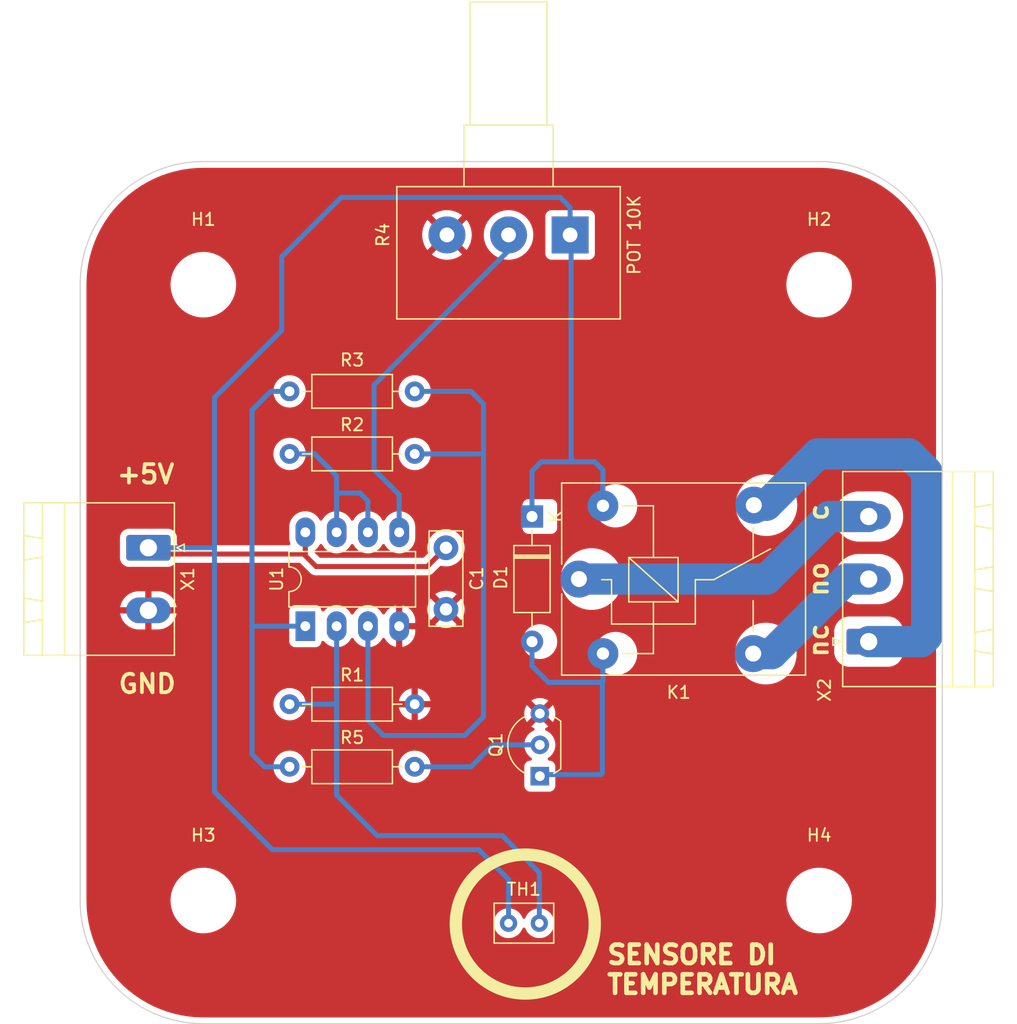
<source format=kicad_pcb>
(kicad_pcb (version 20211014) (generator pcbnew)
  (layers (0 "F.Cu" signal) (31 "B.Cu" signal) (34 "B.Paste" user) (35 "F.Paste" user) (36 "B.SilkS" user "B.Silkscreen") (37 "F.SilkS" user "F.Silkscreen") (38 "B.Mask" user) (39 "F.Mask" user) (44 "Edge.Cuts" user))
  (net 0 "")
  (net 1 "Net-(K1-Pad1)")
  (net 2 "Net-(D1-Pad2)")
  (net 3 "Net-(K1-Pad3)")
  (net 4 "Net-(K1-Pad4)")
  (net 5 "+5V")
  (net 6 "Net-(Q1-Pad2)")
  (net 7 "GND")
  (net 8 "Net-(R4-Pad2)")
  (net 9 "Net-(R1-Pad1)")
  (net 10 "Vref")
  (net 11 "Net-(R2-Pad2)")
  (net 12 "Vout")
  (footprint "Connector_Phoenix_MSTB:PhoenixContact_MSTBA_2,5_3-G-5,08_1x03_P5.08mm_Horizontal" (layer "F.Cu") (at 174.0225 93.98 90)
    (fp_text reference "X2" (at -3.92 -3.5925 90) (layer "F.SilkS"))
    (fp_text value "OUT")
    (fp_line (start -0.3 -2.91) (end 0.3 -2.91) (layer "F.SilkS") (width 0.12))
    (fp_line (start -3.65 -2.11) (end -3.65 10.11) (layer "F.SilkS") (width 0.12))
    (fp_line (start -3.65 10.11) (end 13.81 10.11) (layer "F.SilkS") (width 0.12))
    (fp_line (start 9.16 10.11) (end 11.16 10.11) (layer "F.SilkS") (width 0.12))
    (fp_line (start 0 -2.31) (end -0.3 -2.91) (layer "F.SilkS") (width 0.12))
    (fp_line (start 0.3 -2.91) (end 0 -2.31) (layer "F.SilkS") (width 0.12))
    (fp_line (start 13.81 6.81) (end 13.81 8.61) (layer "F.SilkS") (width 0.12))
    (fp_line (start 6.08 10.11) (end 5.83 8.61) (layer "F.SilkS") (width 0.12))
    (fp_line (start 5.83 8.61) (end 4.33 8.61) (layer "F.SilkS") (width 0.12))
    (fp_line (start 9.41 8.61) (end 9.16 10.11) (layer "F.SilkS") (width 0.12))
    (fp_line (start 4.08 10.11) (end 6.08 10.11) (layer "F.SilkS") (width 0.12))
    (fp_line (start 13.81 -2.11) (end -3.65 -2.11) (layer "F.SilkS") (width 0.12))
    (fp_line (start 1 10.11) (end 0.75 8.61) (layer "F.SilkS") (width 0.12))
    (fp_line (start -3.65 8.61) (end -3.65 6.81) (layer "F.SilkS") (width 0.12))
    (fp_line (start 13.81 8.61) (end -3.65 8.61) (layer "F.SilkS") (width 0.12))
    (fp_line (start 13.81 10.11) (end 13.81 -2.11) (layer "F.SilkS") (width 0.12))
    (fp_line (start 0.75 8.61) (end -0.75 8.61) (layer "F.SilkS") (width 0.12))
    (fp_line (start -1 10.11) (end 1 10.11) (layer "F.SilkS") (width 0.12))
    (fp_line (start 4.33 8.61) (end 4.08 10.11) (layer "F.SilkS") (width 0.12))
    (fp_line (start 10.91 8.61) (end 9.41 8.61) (layer "F.SilkS") (width 0.12))
    (fp_line (start -3.65 6.81) (end 13.81 6.81) (layer "F.SilkS") (width 0.12))
    (fp_line (start -0.75 8.61) (end -1 10.11) (layer "F.SilkS") (width 0.12))
    (fp_line (start 11.16 10.11) (end 10.91 8.61) (layer "F.SilkS") (width 0.12))
    (pad "1" thru_hole roundrect (at 0 0 90) (size 2.08 3.6) (drill 1.4) (layers *.Cu *.Mask) (roundrect_rratio 0.120192) (net 4 "Net-(K1-Pad4)"))
    (pad "2" thru_hole oval (at 5.08 0 90) (size 2.08 3.6) (drill 1.4) (layers *.Cu *.Mask) (net 3 "Net-(K1-Pad3)"))
    (pad "3" thru_hole oval (at 10.16 0 90) (size 2.08 3.6) (drill 1.4) (layers *.Cu *.Mask) (net 1 "Net-(K1-Pad1)"))
  )
  (footprint "MountingHole:MountingHole_4.3mm_M4" (layer "F.Cu") (at 120 65)
    (fp_text reference "H1" (at 0 -5.3) (layer "F.SilkS"))
    (fp_text value "MountingHole")
    (pad "" np_thru_hole circle (at 0 0) (size 4.3 4.3) (drill 4.3) (layers *.Cu *.Mask))
  )
  (footprint "Connector_Phoenix_MSTB:PhoenixContact_MSTBA_2,5_2-G-5,08_1x02_P5.08mm_Horizontal" (layer "F.Cu") (at 115.5375 86.36 -90)
    (fp_text reference "X1" (at 2.54 -3.2 90) (layer "F.SilkS"))
    (fp_text value "Power 5V")
    (fp_line (start 4.33 8.61) (end 4.08 10.11) (layer "F.SilkS") (width 0.12))
    (fp_line (start 0 -2.31) (end -0.3 -2.91) (layer "F.SilkS") (width 0.12))
    (fp_line (start 8.73 -2.11) (end -3.65 -2.11) (layer "F.SilkS") (width 0.12))
    (fp_line (start 8.73 8.61) (end -3.65 8.61) (layer "F.SilkS") (width 0.12))
    (fp_line (start -0.3 -2.91) (end 0.3 -2.91) (layer "F.SilkS") (width 0.12))
    (fp_line (start 8.73 10.11) (end 8.73 -2.11) (layer "F.SilkS") (width 0.12))
    (fp_line (start -3.65 10.11) (end 8.73 10.11) (layer "F.SilkS") (width 0.12))
    (fp_line (start 6.08 10.11) (end 5.83 8.61) (layer "F.SilkS") (width 0.12))
    (fp_line (start 1 10.11) (end 0.75 8.61) (layer "F.SilkS") (width 0.12))
    (fp_line (start 0.3 -2.91) (end 0 -2.31) (layer "F.SilkS") (width 0.12))
    (fp_line (start -1 10.11) (end 1 10.11) (layer "F.SilkS") (width 0.12))
    (fp_line (start 8.73 6.81) (end 8.73 8.61) (layer "F.SilkS") (width 0.12))
    (fp_line (start -3.65 8.61) (end -3.65 6.81) (layer "F.SilkS") (width 0.12))
    (fp_line (start 5.83 8.61) (end 4.33 8.61) (layer "F.SilkS") (width 0.12))
    (fp_line (start 0.75 8.61) (end -0.75 8.61) (layer "F.SilkS") (width 0.12))
    (fp_line (start -3.65 6.81) (end 8.73 6.81) (layer "F.SilkS") (width 0.12))
    (fp_line (start -0.75 8.61) (end -1 10.11) (layer "F.SilkS") (width 0.12))
    (fp_line (start -3.65 -2.11) (end -3.65 10.11) (layer "F.SilkS") (width 0.12))
    (fp_line (start 4.08 10.11) (end 6.08 10.11) (layer "F.SilkS") (width 0.12))
    (pad "1" thru_hole roundrect (at 0 0 270) (size 2.08 3.6) (drill 1.4) (layers *.Cu *.Mask) (roundrect_rratio 0.120192) (net 5 "+5V"))
    (pad "2" thru_hole oval (at 5.08 0 270) (size 2.08 3.6) (drill 1.4) (layers *.Cu *.Mask) (net 7 "GND"))
  )
  (footprint "Package_DIP:DIP-8_W7.62mm_LongPads" (layer "F.Cu") (at 128.28 92.725 90)
    (fp_text reference "U1" (at 3.81 -2.33 90) (layer "F.SilkS"))
    (fp_text value "MCP6002-xP")
    (fp_line (start 2.81 -1.33) (end 1.56 -1.33) (layer "F.SilkS") (width 0.12))
    (fp_line (start 1.56 -1.33) (end 1.56 8.95) (layer "F.SilkS") (width 0.12))
    (fp_line (start 6.06 -1.33) (end 4.81 -1.33) (layer "F.SilkS") (width 0.12))
    (fp_line (start 6.06 8.95) (end 6.06 -1.33) (layer "F.SilkS") (width 0.12))
    (fp_line (start 1.56 8.95) (end 6.06 8.95) (layer "F.SilkS") (width 0.12))
    (fp_arc (start 4.81 -1.33) (mid 3.81 -0.33) (end 2.81 -1.33) (layer "F.SilkS") (width 0.12))
    (pad "1" thru_hole rect (at 0 0 90) (size 2.4 1.6) (drill 0.8) (layers *.Cu *.Mask) (net 12 "Vout"))
    (pad "2" thru_hole oval (at 0 2.54 90) (size 2.4 1.6) (drill 0.8) (layers *.Cu *.Mask) (net 9 "Net-(R1-Pad1)"))
    (pad "3" thru_hole oval (at 0 5.08 90) (size 2.4 1.6) (drill 0.8) (layers *.Cu *.Mask) (net 11 "Net-(R2-Pad2)"))
    (pad "4" thru_hole oval (at 0 7.62 90) (size 2.4 1.6) (drill 0.8) (layers *.Cu *.Mask) (net 7 "GND"))
    (pad "5" thru_hole oval (at 7.62 7.62 90) (size 2.4 1.6) (drill 0.8) (layers *.Cu *.Mask) (net 8 "Net-(R4-Pad2)"))
    (pad "6" thru_hole oval (at 7.62 5.08 90) (size 2.4 1.6) (drill 0.8) (layers *.Cu *.Mask) (net 10 "Vref"))
    (pad "7" thru_hole oval (at 7.62 2.54 90) (size 2.4 1.6) (drill 0.8) (layers *.Cu *.Mask) (net 10 "Vref"))
    (pad "8" thru_hole oval (at 7.62 0 90) (size 2.4 1.6) (drill 0.8) (layers *.Cu *.Mask) (net 5 "+5V"))
  )
  (footprint "MountingHole:MountingHole_4.3mm_M4" (layer "F.Cu") (at 170 65)
    (fp_text reference "H2" (at 0 -5.3) (layer "F.SilkS"))
    (fp_text value "MountingHole")
    (pad "" np_thru_hole circle (at 0 0) (size 4.3 4.3) (drill 4.3) (layers *.Cu *.Mask))
  )
  (footprint "Resistor_THT:R_Axial_DIN0207_L6.3mm_D2.5mm_P10.16mm_Horizontal" (layer "F.Cu") (at 137.16 73.66 180)
    (fp_text reference "R3" (at 5.08 2.54) (layer "F.SilkS"))
    (fp_text value "1M")
    (fp_line (start 1.04 0) (end 1.81 0) (layer "F.SilkS") (width 0.12))
    (fp_line (start 8.35 -1.37) (end 1.81 -1.37) (layer "F.SilkS") (width 0.12))
    (fp_line (start 8.35 1.37) (end 8.35 -1.37) (layer "F.SilkS") (width 0.12))
    (fp_line (start 1.81 -1.37) (end 1.81 1.37) (layer "F.SilkS") (width 0.12))
    (fp_line (start 1.81 1.37) (end 8.35 1.37) (layer "F.SilkS") (width 0.12))
    (fp_line (start 9.12 0) (end 8.35 0) (layer "F.SilkS") (width 0.12))
    (pad "1" thru_hole circle (at 0 0 180) (size 1.6 1.6) (drill 0.8) (layers *.Cu *.Mask) (net 11 "Net-(R2-Pad2)"))
    (pad "2" thru_hole oval (at 10.16 0 180) (size 1.6 1.6) (drill 0.8) (layers *.Cu *.Mask) (net 12 "Vout"))
  )
  (footprint "Resistor_THT:R_Axial_DIN0207_L6.3mm_D2.5mm_P10.16mm_Horizontal" (layer "F.Cu") (at 127 104.14)
    (fp_text reference "R5" (at 5.08 -2.37) (layer "F.SilkS"))
    (fp_text value "1k")
    (fp_line (start 1.81 -1.37) (end 1.81 1.37) (layer "F.SilkS") (width 0.12))
    (fp_line (start 1.04 0) (end 1.81 0) (layer "F.SilkS") (width 0.12))
    (fp_line (start 9.12 0) (end 8.35 0) (layer "F.SilkS") (width 0.12))
    (fp_line (start 1.81 1.37) (end 8.35 1.37) (layer "F.SilkS") (width 0.12))
    (fp_line (start 8.35 -1.37) (end 1.81 -1.37) (layer "F.SilkS") (width 0.12))
    (fp_line (start 8.35 1.37) (end 8.35 -1.37) (layer "F.SilkS") (width 0.12))
    (pad "1" thru_hole circle (at 0 0) (size 1.6 1.6) (drill 0.8) (layers *.Cu *.Mask) (net 12 "Vout"))
    (pad "2" thru_hole oval (at 10.16 0) (size 1.6 1.6) (drill 0.8) (layers *.Cu *.Mask) (net 6 "Net-(Q1-Pad2)"))
  )
  (footprint "Relay_THT:Relay_SPDT_SANYOU_SRD_Series_Form_C" (layer "F.Cu") (at 150.495 88.9)
    (fp_text reference "K1" (at 8.1 9.2) (layer "F.SilkS"))
    (fp_text value "SRD-05VDC-SL-C")
    (fp_line (start 4.05 -1.75) (end 8.05 -1.75) (layer "F.SilkS") (width 0.12))
    (fp_line (start 6.05 -5.95) (end 3.55 -5.95) (layer "F.SilkS") (width 0.12))
    (fp_line (start 18.4 7.8) (end -1.4 7.8) (layer "F.SilkS") (width 0.12))
    (fp_line (start 14.15 -4.2) (end 14.15 -1.7) (layer "F.SilkS") (width 0.12))
    (fp_line (start 9.45 3.65) (end 2.65 3.65) (layer "F.SilkS") (width 0.12))
    (fp_line (start 8.05 1.85) (end 4.05 -1.75) (layer "F.SilkS") (width 0.12))
    (fp_line (start 8.05 -1.75) (end 8.05 1.85) (layer "F.SilkS") (width 0.12))
    (fp_line (start 8.05 1.85) (end 4.05 1.85) (layer "F.SilkS") (width 0.12))
    (fp_line (start 3.55 6.05) (end 6.05 6.05) (layer "F.SilkS") (width 0.12))
    (fp_line (start 2.65 0.05) (end 2.65 3.65) (layer "F.SilkS") (width 0.12))
    (fp_line (start 9.45 0.05) (end 10.95 0.05) (layer "F.SilkS") (width 0.12))
    (fp_line (start -1.4 -7.8) (end 18.4 -7.8) (layer "F.SilkS") (width 0.12))
    (fp_line (start 10.95 0.05) (end 15.55 -2.45) (layer "F.SilkS") (width 0.12))
    (fp_line (start 9.45 0.05) (end 9.45 3.65) (layer "F.SilkS") (width 0.12))
    (fp_line (start 18.4 -7.8) (end 18.4 7.8) (layer "F.SilkS") (width 0.12))
    (fp_line (start 2.65 0.05) (end 1.85 0.05) (layer "F.SilkS") (width 0.12))
    (fp_line (start 6.05 1.85) (end 6.05 6.05) (layer "F.SilkS") (width 0.12))
    (fp_line (start 4.05 1.85) (end 4.05 -1.75) (layer "F.SilkS") (width 0.12))
    (fp_line (start -1.4 1.2) (end -1.4 7.8) (layer "F.SilkS") (width 0.12))
    (fp_line (start -1.4 -7.8) (end -1.4 -1.2) (layer "F.SilkS") (width 0.12))
    (fp_line (start 14.15 4.2) (end 14.15 1.75) (layer "F.SilkS") (width 0.12))
    (fp_line (start 6.05 -5.95) (end 6.05 -1.75) (layer "F.SilkS") (width 0.12))
    (pad "1" thru_hole circle (at 0 0 90) (size 3 3) (drill 1.3) (layers *.Cu *.Mask) (net 1 "Net-(K1-Pad1)"))
    (pad "2" thru_hole circle (at 1.95 6.05 90) (size 2.5 2.5) (drill 1) (layers *.Cu *.Mask) (net 2 "Net-(D1-Pad2)"))
    (pad "3" thru_hole circle (at 14.15 6.05 90) (size 3 3) (drill 1.3) (layers *.Cu *.Mask) (net 3 "Net-(K1-Pad3)"))
    (pad "4" thru_hole circle (at 14.2 -6 90) (size 3 3) (drill 1.3) (layers *.Cu *.Mask) (net 4 "Net-(K1-Pad4)"))
    (pad "5" thru_hole circle (at 1.95 -5.95 90) (size 2.5 2.5) (drill 1) (layers *.Cu *.Mask) (net 5 "+5V"))
  )
  (footprint "Diode_THT:D_A-405_P10.16mm_Horizontal" (layer "F.Cu") (at 146.685 83.82 -90)
    (fp_text reference "D1" (at 4.953 2.54 90) (layer "F.SilkS"))
    (fp_text value "1N4004")
    (fp_text user "K" (at 0 -1.9 90) (layer "F.SilkS"))
    (fp_line (start 3.14 -1.47) (end 3.14 1.47) (layer "F.SilkS") (width 0.12))
    (fp_line (start 7.8 -1.47) (end 2.36 -1.47) (layer "F.SilkS") (width 0.12))
    (fp_line (start 3.26 -1.47) (end 3.26 1.47) (layer "F.SilkS") (width 0.12))
    (fp_line (start 1.14 0) (end 2.36 0) (layer "F.SilkS") (width 0.12))
    (fp_line (start 2.36 1.47) (end 7.8 1.47) (layer "F.SilkS") (width 0.12))
    (fp_line (start 2.36 -1.47) (end 2.36 1.47) (layer "F.SilkS") (width 0.12))
    (fp_line (start 9.02 0) (end 7.8 0) (layer "F.SilkS") (width 0.12))
    (fp_line (start 3.38 -1.47) (end 3.38 1.47) (layer "F.SilkS") (width 0.12))
    (fp_line (start 7.8 1.47) (end 7.8 -1.47) (layer "F.SilkS") (width 0.12))
    (pad "1" thru_hole rect (at 0 0 270) (size 1.8 1.8) (drill 0.9) (layers *.Cu *.Mask) (net 5 "+5V"))
    (pad "2" thru_hole oval (at 10.16 0 270) (size 1.8 1.8) (drill 0.9) (layers *.Cu *.Mask) (net 2 "Net-(D1-Pad2)"))
  )
  (footprint "MountingHole:MountingHole_4.3mm_M4" (layer "F.Cu") (at 120 115)
    (fp_text reference "H3" (at 0 -5.3) (layer "F.SilkS"))
    (fp_text value "MountingHole")
    (pad "" np_thru_hole circle (at 0 0) (size 4.3 4.3) (drill 4.3) (layers *.Cu *.Mask))
  )
  (footprint "Potentiometer_THT:Potentiometer_Alps_RK163_Single_Horizontal" (layer "F.Cu") (at 149.78 60.96 -90)
    (fp_text reference "R4" (at 0 15.2 90) (layer "F.SilkS"))
    (fp_text value "POT 10K" (at 0 -5.200001 90) (layer "F.SilkS"))
    (fp_line (start 6.82 14.07) (end -3.92 14.07) (layer "F.SilkS") (width 0.12))
    (fp_line (start -3.92 1.38) (end -8.92 1.38) (layer "F.SilkS") (width 0.12))
    (fp_line (start -8.92 8.62) (end -8.92 1.38) (layer "F.SilkS") (width 0.12))
    (fp_line (start -8.92 1.88) (end -18.92 1.88) (layer "F.SilkS") (width 0.12))
    (fp_line (start 6.82 14.07) (end 6.82 -4.07) (layer "F.SilkS") (width 0.12))
    (fp_line (start -18.92 8.12) (end -18.92 1.88) (layer "F.SilkS") (width 0.12))
    (fp_line (start -3.92 8.62) (end -8.92 8.62) (layer "F.SilkS") (width 0.12))
    (fp_line (start -3.92 14.07) (end -3.92 -4.07) (layer "F.SilkS") (width 0.12))
    (fp_line (start 6.82 -4.07) (end -3.92 -4.07) (layer "F.SilkS") (width 0.12))
    (fp_line (start -8.92 8.12) (end -18.92 8.12) (layer "F.SilkS") (width 0.12))
    (pad "1" thru_hole rect (at 0 0 90) (size 3 3) (drill 1.2) (layers *.Cu *.Mask) (net 5 "+5V"))
    (pad "2" thru_hole circle (at 0 5 90) (size 3 3) (drill 1.2) (layers *.Cu *.Mask) (net 8 "Net-(R4-Pad2)"))
    (pad "3" thru_hole circle (at 0 10 90) (size 3 3) (drill 1.2) (layers *.Cu *.Mask) (net 7 "GND"))
  )
  (footprint "Capacitor_THT:C_Rect_L4.6mm_W3.0mm_P2.50mm_MKS02_FKP02" (layer "F.Cu") (at 144.78 116.84)
    (fp_text reference "TH1" (at 1.25 -2.75) (layer "F.SilkS"))
    (fp_text value "Thermistor_NTC")
    (fp_line (start -1.17 -1.62) (end 3.67 -1.62) (layer "F.SilkS") (width 0.12))
    (fp_line (start 3.67 -1.62) (end 3.67 1.62) (layer "F.SilkS") (width 0.12))
    (fp_line (start -1.17 1.62) (end 3.67 1.62) (layer "F.SilkS") (width 0.12))
    (fp_line (start -1.17 -1.62) (end -1.17 1.62) (layer "F.SilkS") (width 0.12))
    (pad "1" thru_hole circle (at 0 0) (size 1.4 1.4) (drill 0.7) (layers *.Cu *.Mask) (net 5 "+5V"))
    (pad "2" thru_hole circle (at 2.5 0) (size 1.4 1.4) (drill 0.7) (layers *.Cu *.Mask) (net 9 "Net-(R1-Pad1)"))
  )
  (footprint "MountingHole:MountingHole_4.3mm_M4" (layer "F.Cu") (at 170 115)
    (fp_text reference "H4" (at 0 -5.3) (layer "F.SilkS"))
    (fp_text value "MountingHole")
    (pad "" np_thru_hole circle (at 0 0) (size 4.3 4.3) (drill 4.3) (layers *.Cu *.Mask))
  )
  (footprint "Resistor_THT:R_Axial_DIN0207_L6.3mm_D2.5mm_P10.16mm_Horizontal" (layer "F.Cu") (at 127 78.74)
    (fp_text reference "R2" (at 5.08 -2.37) (layer "F.SilkS"))
    (fp_text value "10k")
    (fp_line (start 1.04 0) (end 1.81 0) (layer "F.SilkS") (width 0.12))
    (fp_line (start 8.35 -1.37) (end 1.81 -1.37) (layer "F.SilkS") (width 0.12))
    (fp_line (start 8.35 1.37) (end 8.35 -1.37) (layer "F.SilkS") (width 0.12))
    (fp_line (start 1.81 -1.37) (end 1.81 1.37) (layer "F.SilkS") (width 0.12))
    (fp_line (start 9.12 0) (end 8.35 0) (layer "F.SilkS") (width 0.12))
    (fp_line (start 1.81 1.37) (end 8.35 1.37) (layer "F.SilkS") (width 0.12))
    (pad "1" thru_hole circle (at 0 0) (size 1.6 1.6) (drill 0.8) (layers *.Cu *.Mask) (net 10 "Vref"))
    (pad "2" thru_hole oval (at 10.16 0) (size 1.6 1.6) (drill 0.8) (layers *.Cu *.Mask) (net 11 "Net-(R2-Pad2)"))
  )
  (footprint "Resistor_THT:R_Axial_DIN0207_L6.3mm_D2.5mm_P10.16mm_Horizontal" (layer "F.Cu") (at 127 99.06)
    (fp_text reference "R1" (at 5.08 -2.37) (layer "F.SilkS"))
    (fp_text value "10k")
    (fp_line (start 8.35 -1.37) (end 1.81 -1.37) (layer "F.SilkS") (width 0.12))
    (fp_line (start 8.35 1.37) (end 8.35 -1.37) (layer "F.SilkS") (width 0.12))
    (fp_line (start 1.81 -1.37) (end 1.81 1.37) (layer "F.SilkS") (width 0.12))
    (fp_line (start 1.81 1.37) (end 8.35 1.37) (layer "F.SilkS") (width 0.12))
    (fp_line (start 9.12 0) (end 8.35 0) (layer "F.SilkS") (width 0.12))
    (fp_line (start 1.04 0) (end 1.81 0) (layer "F.SilkS") (width 0.12))
    (pad "1" thru_hole circle (at 0 0) (size 1.6 1.6) (drill 0.8) (layers *.Cu *.Mask) (net 9 "Net-(R1-Pad1)"))
    (pad "2" thru_hole oval (at 10.16 0) (size 1.6 1.6) (drill 0.8) (layers *.Cu *.Mask) (net 7 "GND"))
  )
  (footprint "Capacitor_THT:C_Disc_D7.5mm_W2.5mm_P5.00mm" (layer "F.Cu") (at 139.7 86.36 -90)
    (fp_text reference "C1" (at 2.5 -2.5 90) (layer "F.SilkS"))
    (fp_text value "100n")
    (fp_line (start 6.37 -1.37) (end 6.37 1.37) (layer "F.SilkS") (width 0.12))
    (fp_line (start -1.37 1.37) (end 6.37 1.37) (layer "F.SilkS") (width 0.12))
    (fp_line (start -1.37 -1.37) (end -1.37 1.37) (layer "F.SilkS") (width 0.12))
    (fp_line (start -1.37 -1.37) (end 6.37 -1.37) (layer "F.SilkS") (width 0.12))
    (pad "1" thru_hole circle (at 0 0 270) (size 2 2) (drill 1) (layers *.Cu *.Mask) (net 5 "+5V"))
    (pad "2" thru_hole circle (at 5 0 270) (size 2 2) (drill 1) (layers *.Cu *.Mask) (net 7 "GND"))
  )
  (footprint "Package_TO_SOT_THT:TO-92L_Inline_Wide" (layer "F.Cu") (at 147.32 104.902 90)
    (fp_text reference "Q1" (at 2.54 -3.56 90) (layer "F.SilkS"))
    (fp_text value "BC337")
    (fp_line (start 0.6 1.7) (end 4.45 1.7) (layer "F.SilkS") (width 0.12))
    (fp_arc (start 4.842383 1.112264) (mid 4.666594 1.419753) (end 4.45 1.7) (layer "F.SilkS") (width 0.12))
    (fp_arc (start 0.6 1.7) (mid 0.389183 1.423933) (end 0.217369 1.122045) (layer "F.SilkS") (width 0.12))
    (fp_arc (start 0.1836 -1.098807) (mid 1.143021 -2.192817) (end 2.54 -2.6) (layer "F.SilkS") (width 0.12))
    (fp_arc (start 2.54 -2.6) (mid 3.936979 -2.192818) (end 4.8964 -1.098807) (layer "F.SilkS") (width 0.12))
    (pad "1" thru_hole rect (at 0 0 90) (size 1.5 1.5) (drill 0.8) (layers *.Cu *.Mask) (net 2 "Net-(D1-Pad2)"))
    (pad "2" thru_hole circle (at 2.54 0 90) (size 1.5 1.5) (drill 0.8) (layers *.Cu *.Mask) (net 6 "Net-(Q1-Pad2)"))
    (pad "3" thru_hole circle (at 5.08 0 90) (size 1.5 1.5) (drill 0.8) (layers *.Cu *.Mask) (net 7 "GND"))
  )
  (gr_circle (center 146.14 116.909566) (end 151.780434 116.909566) (layer "F.SilkS") (width 1) (fill none))
  (gr_arc locked (start 180 115) (mid 177.071068 122.071068) (end 170 125) (layer "Edge.Cuts") (width 0.1))
  (gr_arc locked (start 120 125) (mid 112.928932 122.071068) (end 110 115) (layer "Edge.Cuts") (width 0.1))
  (gr_arc locked (start 110 65) (mid 112.928932 57.928932) (end 120 55) (layer "Edge.Cuts") (width 0.1))
  (gr_arc locked (start 170 55) (mid 177.071068 57.928932) (end 180 65) (layer "Edge.Cuts") (width 0.1))
  (gr_line locked (start 180 65) (end 180 115) (layer "Edge.Cuts") (width 0.1))
  (gr_line locked (start 110 115) (end 110 65) (layer "Edge.Cuts") (width 0.1))
  (gr_line locked (start 120 55) (end 170 55) (layer "Edge.Cuts") (width 0.1))
  (gr_line locked (start 170 125) (end 120 125) (layer "Edge.Cuts") (width 0.1))
  (gr_text "+5V" (at 115.316 80.391) (layer "F.SilkS") (effects (font (size 1.5 1.5) (thickness 0.3))))
  (gr_text "SENSORE DI\nTEMPERATURA" (at 152.61 120.61) (layer "F.SilkS") (effects (font (size 1.5 1.5) (thickness 0.375)) (justify left)))
  (gr_text "nc  no   c" (at 169.96 89.02 90) (layer "F.SilkS") (effects (font (size 1.5 1.5) (thickness 0.3))))
  (gr_text "GND" (at 115.443 97.409) (layer "F.SilkS") (effects (font (size 1.5 1.5) (thickness 0.3))))
  (segment (start 170.815 83.82) (end 174.0225 83.82) (width 2.54) (layer "B.Cu") (net 1))
  (segment (start 150.495 88.9) (end 165.735 88.9) (width 2.54) (layer "B.Cu") (net 1))
  (segment (start 165.735 88.9) (end 170.815 83.82) (width 2.54) (layer "B.Cu") (net 1))
  (segment (start 152.445 97.11) (end 152.445 94.95) (width 0.4064) (layer "B.Cu") (net 2))
  (segment (start 147.447 104.775) (end 152.273 104.775) (width 0.4064) (layer "B.Cu") (net 2))
  (segment (start 152.346 97.282) (end 148.0185 97.282) (width 0.4064) (layer "B.Cu") (net 2))
  (segment (start 148.0185 97.282) (end 146.685 95.9485) (width 0.4064) (layer "B.Cu") (net 2))
  (segment (start 152.4 97.228) (end 152.346 97.282) (width 0.4064) (layer "B.Cu") (net 2))
  (segment (start 152.273 104.775) (end 152.4 104.648) (width 0.4064) (layer "B.Cu") (net 2))
  (segment (start 152.4 97.155) (end 152.445 97.11) (width 0.4064) (layer "B.Cu") (net 2))
  (segment (start 146.685 95.9485) (end 146.685 93.98) (width 0.4064) (layer "B.Cu") (net 2))
  (segment (start 147.32 104.902) (end 147.447 104.775) (width 0.4064) (layer "B.Cu") (net 2))
  (segment (start 152.4 104.648) (end 152.4 97.228) (width 0.4064) (layer "B.Cu") (net 2))
  (segment (start 164.645 94.95) (end 166.162 94.95) (width 2.54) (layer "B.Cu") (net 3))
  (segment (start 172.212 88.9) (end 174.0225 88.9) (width 2.54) (layer "B.Cu") (net 3))
  (segment (start 166.162 94.95) (end 172.212 88.9) (width 2.54) (layer "B.Cu") (net 3))
  (segment (start 174.0225 93.98) (end 178.308 93.98) (width 2.54) (layer "B.Cu") (net 4))
  (segment (start 165.72 82.9) (end 164.695 82.9) (width 2.54) (layer "B.Cu") (net 4))
  (segment (start 177.292 78.74) (end 169.88 78.74) (width 2.54) (layer "B.Cu") (net 4))
  (segment (start 178.72998 80.17798) (end 177.292 78.74) (width 2.54) (layer "B.Cu") (net 4))
  (segment (start 178.308 93.98) (end 178.72998 93.55802) (width 2.54) (layer "B.Cu") (net 4))
  (segment (start 169.88 78.74) (end 165.72 82.9) (width 2.54) (layer "B.Cu") (net 4))
  (segment (start 178.72998 93.55802) (end 178.72998 80.17798) (width 2.54) (layer "B.Cu") (net 4))
  (segment (start 138.176 87.884) (end 129.159 87.884) (width 0.4064) (layer "F.Cu") (net 5))
  (segment (start 129.159 87.884) (end 128.28 87.005) (width 0.4064) (layer "F.Cu") (net 5))
  (segment (start 128.28 87.005) (end 128.28 85.105) (width 0.4064) (layer "F.Cu") (net 5))
  (segment (start 115.5375 86.36) (end 116.0455 86.868) (width 0.4064) (layer "F.Cu") (net 5))
  (segment (start 139.7 86.36) (end 138.176 87.884) (width 0.4064) (layer "F.Cu") (net 5))
  (segment (start 128.28 86.868) (end 128.28 85.105) (width 0.4064) (layer "F.Cu") (net 5))
  (segment (start 116.0455 86.868) (end 128.28 86.868) (width 0.4064) (layer "F.Cu") (net 5))
  (segment (start 146.685 83.82) (end 146.685 80.137) (width 0.4064) (layer "B.Cu") (net 5))
  (segment (start 144.78 116.84) (end 144.78 113.284) (width 0.4064) (layer "B.Cu") (net 5))
  (segment (start 146.685 80.137) (end 147.447 79.375) (width 0.4064) (layer "B.Cu") (net 5))
  (segment (start 126.365 68.707) (end 120.904 74.168) (width 0.4064) (layer "B.Cu") (net 5))
  (segment (start 147.447 79.375) (end 150.114 79.375) (width 0.4064) (layer "B.Cu") (net 5))
  (segment (start 150.114 79.375) (end 151.765 79.375) (width 0.4064) (layer "B.Cu") (net 5))
  (segment (start 126.365 62.738) (end 126.365 68.707) (width 0.4064) (layer "B.Cu") (net 5))
  (segment (start 120.904 86.36) (end 115.5375 86.36) (width 0.4064) (layer "B.Cu") (net 5))
  (segment (start 131.191 57.912) (end 126.365 62.738) (width 0.4064) (layer "B.Cu") (net 5))
  (segment (start 120.904 106.172) (end 120.904 86.233) (width 0.4064) (layer "B.Cu") (net 5))
  (segment (start 149.86 79.121) (end 150.114 79.375) (width 0.4064) (layer "B.Cu") (net 5))
  (segment (start 149.78 58.721) (end 148.971 57.912) (width 0.4064) (layer "B.Cu") (net 5))
  (segment (start 142.367 110.871) (end 125.603 110.871) (width 0.4064) (layer "B.Cu") (net 5))
  (segment (start 149.78 60.96) (end 149.78 58.721) (width 0.4064) (layer "B.Cu") (net 5))
  (segment (start 149.78 60.96) (end 149.86 61.04) (width 0.4064) (layer "B.Cu") (net 5))
  (segment (start 144.78 113.284) (end 142.367 110.871) (width 0.4064) (layer "B.Cu") (net 5))
  (segment (start 120.904 74.168) (end 120.904 86.36) (width 0.4064) (layer "B.Cu") (net 5))
  (segment (start 152.445 80.055) (end 152.445 82.95) (width 0.4064) (layer "B.Cu") (net 5))
  (segment (start 125.603 110.871) (end 120.904 106.172) (width 0.4064) (layer "B.Cu") (net 5))
  (segment (start 148.971 57.912) (end 131.191 57.912) (width 0.4064) (layer "B.Cu") (net 5))
  (segment (start 151.765 79.375) (end 152.445 80.055) (width 0.4064) (layer "B.Cu") (net 5))
  (segment (start 149.86 61.04) (end 149.86 79.121) (width 0.4064) (layer "B.Cu") (net 5))
  (segment (start 141.732 104.14) (end 143.51 102.362) (width 0.4064) (layer "B.Cu") (net 6))
  (segment (start 137.16 104.14) (end 141.732 104.14) (width 0.4064) (layer "B.Cu") (net 6))
  (segment (start 143.51 102.362) (end 147.32 102.362) (width 0.4064) (layer "B.Cu") (net 6))
  (segment (start 135.9 82.052) (end 133.858 80.01) (width 0.4064) (layer "B.Cu") (net 8))
  (segment (start 133.858 73.152) (end 144.78 62.23) (width 0.4064) (layer "B.Cu") (net 8))
  (segment (start 135.9 85.105) (end 135.9 82.052) (width 0.4064) (layer "B.Cu") (net 8))
  (segment (start 144.78 62.23) (end 144.78 60.96) (width 0.4064) (layer "B.Cu") (net 8))
  (segment (start 133.858 80.01) (end 133.858 73.152) (width 0.4064) (layer "B.Cu") (net 8))
  (segment (start 130.82 106.436) (end 134.112 109.728) (width 0.4064) (layer "B.Cu") (net 9))
  (segment (start 130.82 99.06) (end 130.82 106.436) (width 0.4064) (layer "B.Cu") (net 9))
  (segment (start 134.112 109.728) (end 144.272 109.728) (width 0.4064) (layer "B.Cu") (net 9))
  (segment (start 144.272 109.728) (end 147.28 112.736) (width 0.4064) (layer "B.Cu") (net 9))
  (segment (start 147.28 112.736) (end 147.28 116.84) (width 0.4064) (layer "B.Cu") (net 9))
  (segment (start 127 99.06) (end 130.82 99.06) (width 0.4064) (layer "B.Cu") (net 9))
  (segment (start 130.82 99.06) (end 130.82 92.725) (width 0.4064) (layer "B.Cu") (net 9))
  (segment (start 130.957 81.915) (end 132.715 81.915) (width 0.4064) (layer "B.Cu") (net 10))
  (segment (start 130.82 82.052) (end 130.957 81.915) (width 0.4064) (layer "B.Cu") (net 10))
  (segment (start 133.36 82.56) (end 133.36 85.105) (width 0.4064) (layer "B.Cu") (net 10))
  (segment (start 129.032 78.74) (end 127 78.74) (width 0.4064) (layer "B.Cu") (net 10))
  (segment (start 130.81 82.042) (end 130.81 80.518) (width 0.4064) (layer "B.Cu") (net 10))
  (segment (start 130.81 80.518) (end 129.032 78.74) (width 0.4064) (layer "B.Cu") (net 10))
  (segment (start 132.715 81.915) (end 133.36 82.56) (width 0.4064) (layer "B.Cu") (net 10))
  (segment (start 130.82 85.105) (end 130.82 82.052) (width 0.4064) (layer "B.Cu") (net 10))
  (segment (start 141.732 73.66) (end 137.16 73.66) (width 0.4064) (layer "B.Cu") (net 11))
  (segment (start 133.36 100.34) (end 134.62 101.6) (width 0.4064) (layer "B.Cu") (net 11))
  (segment (start 142.748 78.74) (end 142.748 74.676) (width 0.4064) (layer "B.Cu") (net 11))
  (segment (start 142.748 100.076) (end 142.748 78.74) (width 0.4064) (layer "B.Cu") (net 11))
  (segment (start 133.36 92.725) (end 133.36 100.34) (width 0.4064) (layer "B.Cu") (net 11))
  (segment (start 141.224 101.6) (end 142.748 100.076) (width 0.4064) (layer "B.Cu") (net 11))
  (segment (start 142.748 74.676) (end 141.732 73.66) (width 0.4064) (layer "B.Cu") (net 11))
  (segment (start 134.62 101.6) (end 141.224 101.6) (width 0.4064) (layer "B.Cu") (net 11))
  (segment (start 142.748 78.74) (end 137.16 78.74) (width 0.4064) (layer "B.Cu") (net 11))
  (segment (start 127 104.14) (end 124.968 104.14) (width 0.4064) (layer "B.Cu") (net 12))
  (segment (start 124.968 104.14) (end 123.952 103.124) (width 0.4064) (layer "B.Cu") (net 12))
  (segment (start 123.952 103.124) (end 123.952 92.725) (width 0.4064) (layer "B.Cu") (net 12))
  (segment (start 123.952 92.725) (end 128.28 92.725) (width 0.4064) (layer "B.Cu") (net 12))
  (segment (start 125.476 73.66) (end 123.952 75.184) (width 0.4064) (layer "B.Cu") (net 12))
  (segment (start 127 73.66) (end 125.476 73.66) (width 0.4064) (layer "B.Cu") (net 12))
  (segment (start 123.952 75.184) (end 123.952 92.725) (width 0.4064) (layer "B.Cu") (net 12))
  (zone (net 7) (net_name "GND") (layer "F.Cu") (connect_pads (clearance 0.508)) (min_thickness 0.254) (fill yes (thermal_gap 0.508) (thermal_bridge_width 0.508))
    (polygon (pts (xy 180 125) (xy 110 125) (xy 110 55) (xy 180 54.91)))
  )
)
</source>
